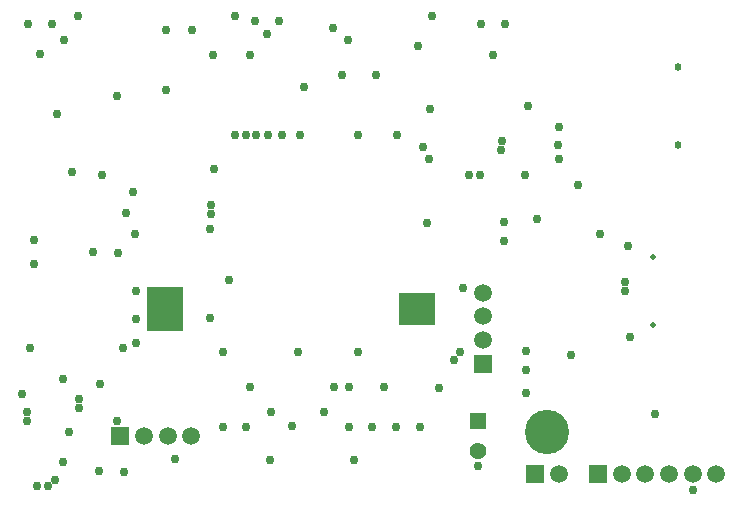
<source format=gbr>
%TF.GenerationSoftware,Altium Limited,Altium Designer,21.9.2 (33)*%
G04 Layer_Color=16711935*
%FSLAX45Y45*%
%MOMM*%
%TF.SameCoordinates,8C9FB855-A7A5-4AEE-82B0-D85B10D48A85*%
%TF.FilePolarity,Negative*%
%TF.FileFunction,Soldermask,Bot*%
%TF.Part,Single*%
G01*
G75*
%TA.AperFunction,SMDPad,CuDef*%
%ADD54R,3.15000X3.75000*%
%ADD55R,3.15000X2.75000*%
%TA.AperFunction,ComponentPad*%
%ADD56C,0.47500*%
%ADD57C,0.62500*%
%ADD58R,1.50000X1.50000*%
%ADD59C,1.50000*%
%ADD60R,1.50000X1.50000*%
%ADD61C,0.15000*%
%ADD62C,1.42500*%
%ADD63R,1.42500X1.42500*%
%TA.AperFunction,ViaPad*%
%ADD64C,0.75000*%
%ADD65C,3.75000*%
D54*
X12915900Y7975600D02*
D03*
D55*
X15055901D02*
D03*
D56*
X17049802Y7838999D02*
D03*
Y8417001D02*
D03*
D57*
X17260500Y9363304D02*
D03*
Y10023302D02*
D03*
D58*
X15608299Y7512101D02*
D03*
D59*
Y7712100D02*
D03*
Y7912100D02*
D03*
Y8112100D02*
D03*
X12741300Y6896100D02*
D03*
X12941299D02*
D03*
X13141299D02*
D03*
X16786301Y6578600D02*
D03*
X16986301D02*
D03*
X17186301D02*
D03*
X17386301D02*
D03*
X17586301D02*
D03*
X16252800D02*
D03*
D60*
X12541301Y6896100D02*
D03*
X16586302Y6578600D02*
D03*
X16052800D02*
D03*
D61*
X15697200Y10423947D02*
D03*
X11861800D02*
D03*
X13779500D02*
D03*
D62*
X15570200Y6773098D02*
D03*
D63*
Y7023100D02*
D03*
D64*
X16598900Y8610600D02*
D03*
X16414809Y9028987D02*
D03*
X15963901Y9105900D02*
D03*
X16256000Y9245600D02*
D03*
X13335001Y9156700D02*
D03*
X12509500Y9779000D02*
D03*
X12052300Y7378700D02*
D03*
X11709400Y7251700D02*
D03*
X11861800Y10134600D02*
D03*
X14097000Y9855200D02*
D03*
X12389933Y9113355D02*
D03*
X15773399Y9398000D02*
D03*
X13995399Y6985000D02*
D03*
X17068800Y7086600D02*
D03*
X12674600Y7683500D02*
D03*
X12928600Y10337800D02*
D03*
X14058900Y9448800D02*
D03*
X14554201D02*
D03*
X15760699Y9321800D02*
D03*
X15100301Y9347200D02*
D03*
X15138400Y8699500D02*
D03*
X15443201Y8153400D02*
D03*
X14554201Y7607300D02*
D03*
X14046201D02*
D03*
X13411200D02*
D03*
X13296899Y7899400D02*
D03*
Y8648700D02*
D03*
X14350999Y7315200D02*
D03*
X14770100D02*
D03*
X15239999Y7302500D02*
D03*
X15786099Y8547100D02*
D03*
Y8712200D02*
D03*
X12065000Y10248900D02*
D03*
X15367000Y7543800D02*
D03*
X15417799Y7607300D02*
D03*
X13601700Y9448800D02*
D03*
X13512801D02*
D03*
X16357600Y7581900D02*
D03*
X13309599Y8775700D02*
D03*
Y8851900D02*
D03*
X12357100Y6604000D02*
D03*
X13792200Y9448800D02*
D03*
X13690601D02*
D03*
X13462000Y8216900D02*
D03*
X13906500Y9448800D02*
D03*
X14884399D02*
D03*
X15163800Y9664700D02*
D03*
X15151100Y9245600D02*
D03*
X17386301Y6438900D02*
D03*
X14706599Y9956800D02*
D03*
X14414500D02*
D03*
X15798801Y10388600D02*
D03*
X15595599D02*
D03*
X15697200Y10121900D02*
D03*
X11964346Y10385874D02*
D03*
X11760200Y10388600D02*
D03*
X13881100Y10414000D02*
D03*
X13677901D02*
D03*
X13779500Y10299700D02*
D03*
X13639799Y10121900D02*
D03*
X13322301D02*
D03*
X13144501Y10337800D02*
D03*
X13639799Y7315200D02*
D03*
X15062199Y10198100D02*
D03*
X14338300Y10350500D02*
D03*
X14478000Y7315200D02*
D03*
X14465300Y10248900D02*
D03*
X12128500Y9131300D02*
D03*
X12928600Y9829800D02*
D03*
X15570200Y6642100D02*
D03*
X15176500Y10452100D02*
D03*
X13512801D02*
D03*
X12179300D02*
D03*
X16065500Y8737600D02*
D03*
X16256000Y9512300D02*
D03*
X12001500Y9626600D02*
D03*
X12661900Y8610600D02*
D03*
X12585700Y8788400D02*
D03*
X12649200Y8966200D02*
D03*
X11811000Y8559800D02*
D03*
Y8356600D02*
D03*
X12306300Y8458200D02*
D03*
X12522200Y8445500D02*
D03*
X12674600Y8128000D02*
D03*
Y7886700D02*
D03*
X11772900Y7645400D02*
D03*
X12560300D02*
D03*
X12369800Y7340600D02*
D03*
X15074899Y6972300D02*
D03*
X14871700D02*
D03*
X14668500D02*
D03*
X14478000D02*
D03*
X14262100Y7099300D02*
D03*
X13817599D02*
D03*
X13601700Y6972300D02*
D03*
X13411200D02*
D03*
X12103100Y6934200D02*
D03*
X11747500Y7099300D02*
D03*
Y7023100D02*
D03*
X13804900Y6692900D02*
D03*
X13004800Y6705600D02*
D03*
X12509500Y7023100D02*
D03*
X14516100Y6692900D02*
D03*
X12192000Y7137400D02*
D03*
Y7213600D02*
D03*
X11925300Y6477000D02*
D03*
X11988800Y6527800D02*
D03*
X11836400Y6477000D02*
D03*
X12573000Y6591300D02*
D03*
X12052300Y6680200D02*
D03*
X15976601Y7264400D02*
D03*
Y7454900D02*
D03*
Y7620000D02*
D03*
X16854369Y7735768D02*
D03*
X16840199Y8509000D02*
D03*
X16243300Y9359900D02*
D03*
X16814799Y8128000D02*
D03*
Y8204200D02*
D03*
X15582899Y9105900D02*
D03*
X15494000D02*
D03*
X15989301Y9690100D02*
D03*
D65*
X16154401Y6934200D02*
D03*
%TF.MD5,fd1fa9bd3be8758cad7987c1f0b259f0*%
M02*

</source>
